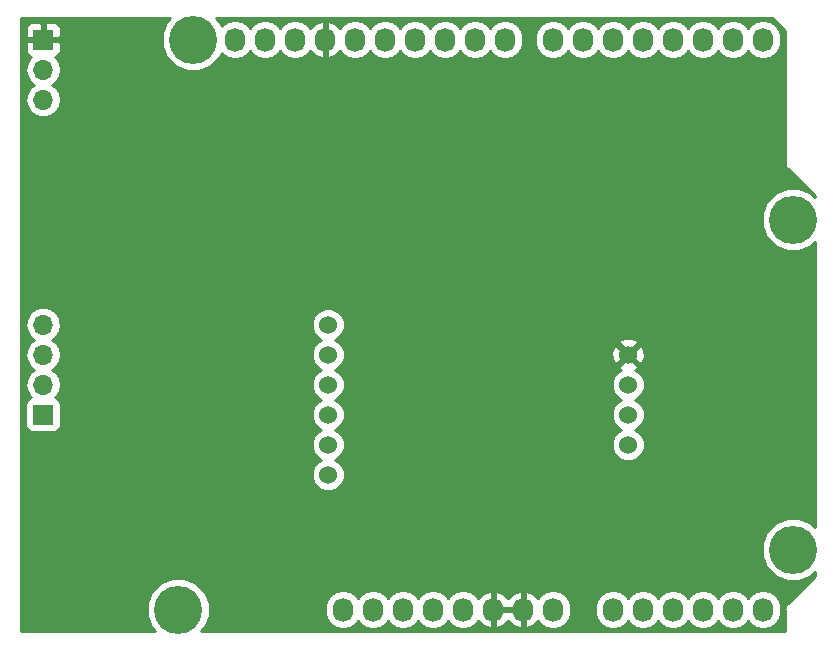
<source format=gbl>
G04 #@! TF.GenerationSoftware,KiCad,Pcbnew,5.0.2+dfsg1-1*
G04 #@! TF.CreationDate,2019-07-14T00:59:29-07:00*
G04 #@! TF.ProjectId,WeightAndMotionSensorShield,57656967-6874-4416-9e64-4d6f74696f6e,v01*
G04 #@! TF.SameCoordinates,Original*
G04 #@! TF.FileFunction,Copper,L2,Bot*
G04 #@! TF.FilePolarity,Positive*
%FSLAX46Y46*%
G04 Gerber Fmt 4.6, Leading zero omitted, Abs format (unit mm)*
G04 Created by KiCad (PCBNEW 5.0.2+dfsg1-1) date Sun 14 Jul 2019 12:59:29 AM PDT*
%MOMM*%
%LPD*%
G01*
G04 APERTURE LIST*
G04 #@! TA.AperFunction,ComponentPad*
%ADD10O,1.727200X2.032000*%
G04 #@! TD*
G04 #@! TA.AperFunction,ComponentPad*
%ADD11C,4.064000*%
G04 #@! TD*
G04 #@! TA.AperFunction,ComponentPad*
%ADD12R,1.700000X1.700000*%
G04 #@! TD*
G04 #@! TA.AperFunction,ComponentPad*
%ADD13O,1.700000X1.700000*%
G04 #@! TD*
G04 #@! TA.AperFunction,ComponentPad*
%ADD14C,1.524000*%
G04 #@! TD*
G04 #@! TA.AperFunction,Conductor*
%ADD15C,0.254000*%
G04 #@! TD*
G04 APERTURE END LIST*
D10*
G04 #@! TO.P,P1,1*
G04 #@! TO.N,Net-(P1-Pad1)*
X138938000Y-123825000D03*
G04 #@! TO.P,P1,2*
G04 #@! TO.N,Net-(P1-Pad2)*
X141478000Y-123825000D03*
G04 #@! TO.P,P1,3*
G04 #@! TO.N,Net-(P1-Pad3)*
X144018000Y-123825000D03*
G04 #@! TO.P,P1,4*
G04 #@! TO.N,+3V3*
X146558000Y-123825000D03*
G04 #@! TO.P,P1,5*
G04 #@! TO.N,+5V*
X149098000Y-123825000D03*
G04 #@! TO.P,P1,6*
G04 #@! TO.N,GND*
X151638000Y-123825000D03*
G04 #@! TO.P,P1,7*
X154178000Y-123825000D03*
G04 #@! TO.P,P1,8*
G04 #@! TO.N,Net-(P1-Pad8)*
X156718000Y-123825000D03*
G04 #@! TD*
G04 #@! TO.P,P2,1*
G04 #@! TO.N,Net-(P2-Pad1)*
X161798000Y-123825000D03*
G04 #@! TO.P,P2,2*
G04 #@! TO.N,Net-(P2-Pad2)*
X164338000Y-123825000D03*
G04 #@! TO.P,P2,3*
G04 #@! TO.N,Net-(P2-Pad3)*
X166878000Y-123825000D03*
G04 #@! TO.P,P2,4*
G04 #@! TO.N,Net-(P2-Pad4)*
X169418000Y-123825000D03*
G04 #@! TO.P,P2,5*
G04 #@! TO.N,Net-(P2-Pad5)*
X171958000Y-123825000D03*
G04 #@! TO.P,P2,6*
G04 #@! TO.N,Net-(P2-Pad6)*
X174498000Y-123825000D03*
G04 #@! TD*
G04 #@! TO.P,P3,1*
G04 #@! TO.N,Net-(P3-Pad1)*
X129794000Y-75565000D03*
G04 #@! TO.P,P3,2*
G04 #@! TO.N,Net-(P3-Pad2)*
X132334000Y-75565000D03*
G04 #@! TO.P,P3,3*
G04 #@! TO.N,Net-(P3-Pad3)*
X134874000Y-75565000D03*
G04 #@! TO.P,P3,4*
G04 #@! TO.N,GND*
X137414000Y-75565000D03*
G04 #@! TO.P,P3,5*
G04 #@! TO.N,Net-(P3-Pad5)*
X139954000Y-75565000D03*
G04 #@! TO.P,P3,6*
G04 #@! TO.N,Net-(P3-Pad6)*
X142494000Y-75565000D03*
G04 #@! TO.P,P3,7*
G04 #@! TO.N,Net-(P3-Pad7)*
X145034000Y-75565000D03*
G04 #@! TO.P,P3,8*
G04 #@! TO.N,Net-(P3-Pad8)*
X147574000Y-75565000D03*
G04 #@! TO.P,P3,9*
G04 #@! TO.N,Net-(P3-Pad9)*
X150114000Y-75565000D03*
G04 #@! TO.P,P3,10*
G04 #@! TO.N,Net-(P3-Pad10)*
X152654000Y-75565000D03*
G04 #@! TD*
G04 #@! TO.P,P4,1*
G04 #@! TO.N,Net-(P4-Pad1)*
X156718000Y-75565000D03*
G04 #@! TO.P,P4,2*
G04 #@! TO.N,Net-(P4-Pad2)*
X159258000Y-75565000D03*
G04 #@! TO.P,P4,3*
G04 #@! TO.N,Net-(P4-Pad3)*
X161798000Y-75565000D03*
G04 #@! TO.P,P4,4*
G04 #@! TO.N,/4*
X164338000Y-75565000D03*
G04 #@! TO.P,P4,5*
G04 #@! TO.N,/3(\002A\002A)*
X166878000Y-75565000D03*
G04 #@! TO.P,P4,6*
G04 #@! TO.N,/2*
X169418000Y-75565000D03*
G04 #@! TO.P,P4,7*
G04 #@! TO.N,Net-(P4-Pad7)*
X171958000Y-75565000D03*
G04 #@! TO.P,P4,8*
G04 #@! TO.N,Net-(P4-Pad8)*
X174498000Y-75565000D03*
G04 #@! TD*
D11*
G04 #@! TO.P,P5,1*
G04 #@! TO.N,Net-(P5-Pad1)*
X124968000Y-123825000D03*
G04 #@! TD*
G04 #@! TO.P,P6,1*
G04 #@! TO.N,Net-(P6-Pad1)*
X177038000Y-118745000D03*
G04 #@! TD*
G04 #@! TO.P,P7,1*
G04 #@! TO.N,Net-(P7-Pad1)*
X126238000Y-75565000D03*
G04 #@! TD*
G04 #@! TO.P,P8,1*
G04 #@! TO.N,Net-(P8-Pad1)*
X177038000Y-90805000D03*
G04 #@! TD*
D12*
G04 #@! TO.P,J1,1*
G04 #@! TO.N,GND*
X113538000Y-75565000D03*
D13*
G04 #@! TO.P,J1,2*
G04 #@! TO.N,/4*
X113538000Y-78105000D03*
G04 #@! TO.P,J1,3*
G04 #@! TO.N,+5V*
X113538000Y-80645000D03*
G04 #@! TD*
D12*
G04 #@! TO.P,J2,1*
G04 #@! TO.N,Net-(J2-Pad1)*
X113538000Y-107315000D03*
D13*
G04 #@! TO.P,J2,2*
G04 #@! TO.N,Net-(J2-Pad2)*
X113538000Y-104775000D03*
G04 #@! TO.P,J2,3*
G04 #@! TO.N,Net-(J2-Pad3)*
X113538000Y-102235000D03*
G04 #@! TO.P,J2,4*
G04 #@! TO.N,Net-(J2-Pad4)*
X113538000Y-99695000D03*
G04 #@! TD*
D14*
G04 #@! TO.P,U1,1*
G04 #@! TO.N,Net-(J2-Pad4)*
X137668000Y-99695000D03*
G04 #@! TO.P,U1,2*
G04 #@! TO.N,Net-(J2-Pad3)*
X137668000Y-102235000D03*
G04 #@! TO.P,U1,3*
G04 #@! TO.N,Net-(J2-Pad2)*
X137668000Y-104775000D03*
G04 #@! TO.P,U1,4*
G04 #@! TO.N,Net-(J2-Pad1)*
X137668000Y-107315000D03*
G04 #@! TO.P,U1,5*
G04 #@! TO.N,Net-(U1-Pad5)*
X137668000Y-109855000D03*
G04 #@! TO.P,U1,6*
G04 #@! TO.N,Net-(U1-Pad6)*
X137668000Y-112395000D03*
G04 #@! TO.P,U1,7*
G04 #@! TO.N,GND*
X163068000Y-102235000D03*
G04 #@! TO.P,U1,8*
G04 #@! TO.N,/3(\002A\002A)*
X163068000Y-104775000D03*
G04 #@! TO.P,U1,9*
G04 #@! TO.N,/2*
X163068000Y-107315000D03*
G04 #@! TO.P,U1,10*
G04 #@! TO.N,+5V*
X163068000Y-109855000D03*
G04 #@! TD*
D15*
G04 #@! TO.N,GND*
G36*
X123977026Y-74054266D02*
X123571000Y-75034501D01*
X123571000Y-76095499D01*
X123977026Y-77075734D01*
X124727266Y-77825974D01*
X125707501Y-78232000D01*
X126768499Y-78232000D01*
X127748734Y-77825974D01*
X128498974Y-77075734D01*
X128652156Y-76705918D01*
X128713570Y-76797830D01*
X129209276Y-77129050D01*
X129794000Y-77245359D01*
X130378725Y-77129050D01*
X130874430Y-76797830D01*
X131064000Y-76514119D01*
X131253570Y-76797830D01*
X131749276Y-77129050D01*
X132334000Y-77245359D01*
X132918725Y-77129050D01*
X133414430Y-76797830D01*
X133604000Y-76514119D01*
X133793570Y-76797830D01*
X134289276Y-77129050D01*
X134874000Y-77245359D01*
X135458725Y-77129050D01*
X135954430Y-76797830D01*
X136147909Y-76508267D01*
X136511964Y-76915732D01*
X137039209Y-77169709D01*
X137054974Y-77172358D01*
X137287000Y-77051217D01*
X137287000Y-75692000D01*
X137267000Y-75692000D01*
X137267000Y-75438000D01*
X137287000Y-75438000D01*
X137287000Y-74078783D01*
X137541000Y-74078783D01*
X137541000Y-75438000D01*
X137561000Y-75438000D01*
X137561000Y-75692000D01*
X137541000Y-75692000D01*
X137541000Y-77051217D01*
X137773026Y-77172358D01*
X137788791Y-77169709D01*
X138316036Y-76915732D01*
X138680090Y-76508268D01*
X138873570Y-76797830D01*
X139369276Y-77129050D01*
X139954000Y-77245359D01*
X140538725Y-77129050D01*
X141034430Y-76797830D01*
X141224000Y-76514119D01*
X141413570Y-76797830D01*
X141909276Y-77129050D01*
X142494000Y-77245359D01*
X143078725Y-77129050D01*
X143574430Y-76797830D01*
X143764000Y-76514119D01*
X143953570Y-76797830D01*
X144449276Y-77129050D01*
X145034000Y-77245359D01*
X145618725Y-77129050D01*
X146114430Y-76797830D01*
X146304000Y-76514119D01*
X146493570Y-76797830D01*
X146989276Y-77129050D01*
X147574000Y-77245359D01*
X148158725Y-77129050D01*
X148654430Y-76797830D01*
X148844000Y-76514119D01*
X149033570Y-76797830D01*
X149529276Y-77129050D01*
X150114000Y-77245359D01*
X150698725Y-77129050D01*
X151194430Y-76797830D01*
X151384000Y-76514119D01*
X151573570Y-76797830D01*
X152069276Y-77129050D01*
X152654000Y-77245359D01*
X153238725Y-77129050D01*
X153734430Y-76797830D01*
X154065650Y-76302124D01*
X154152600Y-75864997D01*
X154152600Y-75265003D01*
X155219400Y-75265003D01*
X155219400Y-75864998D01*
X155306350Y-76302125D01*
X155637570Y-76797830D01*
X156133276Y-77129050D01*
X156718000Y-77245359D01*
X157302725Y-77129050D01*
X157798430Y-76797830D01*
X157988000Y-76514119D01*
X158177570Y-76797830D01*
X158673276Y-77129050D01*
X159258000Y-77245359D01*
X159842725Y-77129050D01*
X160338430Y-76797830D01*
X160528000Y-76514119D01*
X160717570Y-76797830D01*
X161213276Y-77129050D01*
X161798000Y-77245359D01*
X162382725Y-77129050D01*
X162878430Y-76797830D01*
X163068000Y-76514119D01*
X163257570Y-76797830D01*
X163753276Y-77129050D01*
X164338000Y-77245359D01*
X164922725Y-77129050D01*
X165418430Y-76797830D01*
X165608000Y-76514119D01*
X165797570Y-76797830D01*
X166293276Y-77129050D01*
X166878000Y-77245359D01*
X167462725Y-77129050D01*
X167958430Y-76797830D01*
X168148000Y-76514119D01*
X168337570Y-76797830D01*
X168833276Y-77129050D01*
X169418000Y-77245359D01*
X170002725Y-77129050D01*
X170498430Y-76797830D01*
X170688000Y-76514119D01*
X170877570Y-76797830D01*
X171373276Y-77129050D01*
X171958000Y-77245359D01*
X172542725Y-77129050D01*
X173038430Y-76797830D01*
X173228000Y-76514119D01*
X173417570Y-76797830D01*
X173913276Y-77129050D01*
X174498000Y-77245359D01*
X175082725Y-77129050D01*
X175578430Y-76797830D01*
X175909650Y-76302124D01*
X175996600Y-75864997D01*
X175996600Y-75265002D01*
X175909650Y-74827875D01*
X175578430Y-74332170D01*
X175082724Y-74000950D01*
X174498000Y-73884641D01*
X173913275Y-74000950D01*
X173417570Y-74332170D01*
X173228000Y-74615881D01*
X173038430Y-74332170D01*
X172542724Y-74000950D01*
X171958000Y-73884641D01*
X171373275Y-74000950D01*
X170877570Y-74332170D01*
X170688000Y-74615881D01*
X170498430Y-74332170D01*
X170002724Y-74000950D01*
X169418000Y-73884641D01*
X168833275Y-74000950D01*
X168337570Y-74332170D01*
X168148000Y-74615881D01*
X167958430Y-74332170D01*
X167462724Y-74000950D01*
X166878000Y-73884641D01*
X166293275Y-74000950D01*
X165797570Y-74332170D01*
X165608000Y-74615881D01*
X165418430Y-74332170D01*
X164922724Y-74000950D01*
X164338000Y-73884641D01*
X163753275Y-74000950D01*
X163257570Y-74332170D01*
X163068000Y-74615881D01*
X162878430Y-74332170D01*
X162382724Y-74000950D01*
X161798000Y-73884641D01*
X161213275Y-74000950D01*
X160717570Y-74332170D01*
X160528000Y-74615881D01*
X160338430Y-74332170D01*
X159842724Y-74000950D01*
X159258000Y-73884641D01*
X158673275Y-74000950D01*
X158177570Y-74332170D01*
X157988000Y-74615881D01*
X157798430Y-74332170D01*
X157302724Y-74000950D01*
X156718000Y-73884641D01*
X156133275Y-74000950D01*
X155637570Y-74332170D01*
X155306350Y-74827876D01*
X155219400Y-75265003D01*
X154152600Y-75265003D01*
X154152600Y-75265002D01*
X154065650Y-74827875D01*
X153734430Y-74332170D01*
X153238724Y-74000950D01*
X152654000Y-73884641D01*
X152069275Y-74000950D01*
X151573570Y-74332170D01*
X151384000Y-74615881D01*
X151194430Y-74332170D01*
X150698724Y-74000950D01*
X150114000Y-73884641D01*
X149529275Y-74000950D01*
X149033570Y-74332170D01*
X148844000Y-74615881D01*
X148654430Y-74332170D01*
X148158724Y-74000950D01*
X147574000Y-73884641D01*
X146989275Y-74000950D01*
X146493570Y-74332170D01*
X146304000Y-74615881D01*
X146114430Y-74332170D01*
X145618724Y-74000950D01*
X145034000Y-73884641D01*
X144449275Y-74000950D01*
X143953570Y-74332170D01*
X143764000Y-74615881D01*
X143574430Y-74332170D01*
X143078724Y-74000950D01*
X142494000Y-73884641D01*
X141909275Y-74000950D01*
X141413570Y-74332170D01*
X141224000Y-74615881D01*
X141034430Y-74332170D01*
X140538724Y-74000950D01*
X139954000Y-73884641D01*
X139369275Y-74000950D01*
X138873570Y-74332170D01*
X138680091Y-74621733D01*
X138316036Y-74214268D01*
X137788791Y-73960291D01*
X137773026Y-73957642D01*
X137541000Y-74078783D01*
X137287000Y-74078783D01*
X137054974Y-73957642D01*
X137039209Y-73960291D01*
X136511964Y-74214268D01*
X136147910Y-74621732D01*
X135954430Y-74332170D01*
X135458724Y-74000950D01*
X134874000Y-73884641D01*
X134289275Y-74000950D01*
X133793570Y-74332170D01*
X133604000Y-74615881D01*
X133414430Y-74332170D01*
X132918724Y-74000950D01*
X132334000Y-73884641D01*
X131749275Y-74000950D01*
X131253570Y-74332170D01*
X131064000Y-74615881D01*
X130874430Y-74332170D01*
X130378724Y-74000950D01*
X129794000Y-73884641D01*
X129209275Y-74000950D01*
X128713570Y-74332170D01*
X128652156Y-74424082D01*
X128498974Y-74054266D01*
X128179708Y-73735000D01*
X175219910Y-73735000D01*
X176328001Y-74843092D01*
X176328000Y-85909076D01*
X176314091Y-85979000D01*
X176328000Y-86048924D01*
X176328000Y-86048925D01*
X176369195Y-86256027D01*
X176526119Y-86490880D01*
X176585402Y-86530492D01*
X178868001Y-88813092D01*
X178868001Y-88863293D01*
X178548734Y-88544026D01*
X177568499Y-88138000D01*
X176507501Y-88138000D01*
X175527266Y-88544026D01*
X174777026Y-89294266D01*
X174371000Y-90274501D01*
X174371000Y-91335499D01*
X174777026Y-92315734D01*
X175527266Y-93065974D01*
X176507501Y-93472000D01*
X177568499Y-93472000D01*
X178548734Y-93065974D01*
X178868001Y-92746707D01*
X178868000Y-116803292D01*
X178548734Y-116484026D01*
X177568499Y-116078000D01*
X176507501Y-116078000D01*
X175527266Y-116484026D01*
X174777026Y-117234266D01*
X174371000Y-118214501D01*
X174371000Y-119275499D01*
X174777026Y-120255734D01*
X175527266Y-121005974D01*
X176507501Y-121412000D01*
X177568499Y-121412000D01*
X178548734Y-121005974D01*
X178868000Y-120686708D01*
X178868000Y-120990909D01*
X176585402Y-123273508D01*
X176526120Y-123313119D01*
X176384544Y-123525002D01*
X176369196Y-123547972D01*
X176314091Y-123825000D01*
X176328001Y-123894929D01*
X176328000Y-125655000D01*
X126909708Y-125655000D01*
X127228974Y-125335734D01*
X127635000Y-124355499D01*
X127635000Y-123525003D01*
X137439400Y-123525003D01*
X137439400Y-124124998D01*
X137526350Y-124562125D01*
X137857570Y-125057830D01*
X138353276Y-125389050D01*
X138938000Y-125505359D01*
X139522725Y-125389050D01*
X140018430Y-125057830D01*
X140208000Y-124774119D01*
X140397570Y-125057830D01*
X140893276Y-125389050D01*
X141478000Y-125505359D01*
X142062725Y-125389050D01*
X142558430Y-125057830D01*
X142748000Y-124774119D01*
X142937570Y-125057830D01*
X143433276Y-125389050D01*
X144018000Y-125505359D01*
X144602725Y-125389050D01*
X145098430Y-125057830D01*
X145288000Y-124774119D01*
X145477570Y-125057830D01*
X145973276Y-125389050D01*
X146558000Y-125505359D01*
X147142725Y-125389050D01*
X147638430Y-125057830D01*
X147828000Y-124774119D01*
X148017570Y-125057830D01*
X148513276Y-125389050D01*
X149098000Y-125505359D01*
X149682725Y-125389050D01*
X150178430Y-125057830D01*
X150371909Y-124768267D01*
X150735964Y-125175732D01*
X151263209Y-125429709D01*
X151278974Y-125432358D01*
X151511000Y-125311217D01*
X151511000Y-123952000D01*
X151765000Y-123952000D01*
X151765000Y-125311217D01*
X151997026Y-125432358D01*
X152012791Y-125429709D01*
X152540036Y-125175732D01*
X152908000Y-124763892D01*
X153275964Y-125175732D01*
X153803209Y-125429709D01*
X153818974Y-125432358D01*
X154051000Y-125311217D01*
X154051000Y-123952000D01*
X151765000Y-123952000D01*
X151511000Y-123952000D01*
X151491000Y-123952000D01*
X151491000Y-123698000D01*
X151511000Y-123698000D01*
X151511000Y-122338783D01*
X151765000Y-122338783D01*
X151765000Y-123698000D01*
X154051000Y-123698000D01*
X154051000Y-122338783D01*
X154305000Y-122338783D01*
X154305000Y-123698000D01*
X154325000Y-123698000D01*
X154325000Y-123952000D01*
X154305000Y-123952000D01*
X154305000Y-125311217D01*
X154537026Y-125432358D01*
X154552791Y-125429709D01*
X155080036Y-125175732D01*
X155444090Y-124768268D01*
X155637570Y-125057830D01*
X156133276Y-125389050D01*
X156718000Y-125505359D01*
X157302725Y-125389050D01*
X157798430Y-125057830D01*
X158129650Y-124562124D01*
X158216600Y-124124997D01*
X158216600Y-123525003D01*
X160299400Y-123525003D01*
X160299400Y-124124998D01*
X160386350Y-124562125D01*
X160717570Y-125057830D01*
X161213276Y-125389050D01*
X161798000Y-125505359D01*
X162382725Y-125389050D01*
X162878430Y-125057830D01*
X163068000Y-124774119D01*
X163257570Y-125057830D01*
X163753276Y-125389050D01*
X164338000Y-125505359D01*
X164922725Y-125389050D01*
X165418430Y-125057830D01*
X165608000Y-124774119D01*
X165797570Y-125057830D01*
X166293276Y-125389050D01*
X166878000Y-125505359D01*
X167462725Y-125389050D01*
X167958430Y-125057830D01*
X168148000Y-124774119D01*
X168337570Y-125057830D01*
X168833276Y-125389050D01*
X169418000Y-125505359D01*
X170002725Y-125389050D01*
X170498430Y-125057830D01*
X170688000Y-124774119D01*
X170877570Y-125057830D01*
X171373276Y-125389050D01*
X171958000Y-125505359D01*
X172542725Y-125389050D01*
X173038430Y-125057830D01*
X173228000Y-124774119D01*
X173417570Y-125057830D01*
X173913276Y-125389050D01*
X174498000Y-125505359D01*
X175082725Y-125389050D01*
X175578430Y-125057830D01*
X175909650Y-124562124D01*
X175996600Y-124124997D01*
X175996600Y-123525002D01*
X175909650Y-123087875D01*
X175578430Y-122592170D01*
X175082724Y-122260950D01*
X174498000Y-122144641D01*
X173913275Y-122260950D01*
X173417570Y-122592170D01*
X173228000Y-122875881D01*
X173038430Y-122592170D01*
X172542724Y-122260950D01*
X171958000Y-122144641D01*
X171373275Y-122260950D01*
X170877570Y-122592170D01*
X170688000Y-122875881D01*
X170498430Y-122592170D01*
X170002724Y-122260950D01*
X169418000Y-122144641D01*
X168833275Y-122260950D01*
X168337570Y-122592170D01*
X168148000Y-122875881D01*
X167958430Y-122592170D01*
X167462724Y-122260950D01*
X166878000Y-122144641D01*
X166293275Y-122260950D01*
X165797570Y-122592170D01*
X165608000Y-122875881D01*
X165418430Y-122592170D01*
X164922724Y-122260950D01*
X164338000Y-122144641D01*
X163753275Y-122260950D01*
X163257570Y-122592170D01*
X163068000Y-122875881D01*
X162878430Y-122592170D01*
X162382724Y-122260950D01*
X161798000Y-122144641D01*
X161213275Y-122260950D01*
X160717570Y-122592170D01*
X160386350Y-123087876D01*
X160299400Y-123525003D01*
X158216600Y-123525003D01*
X158216600Y-123525002D01*
X158129650Y-123087875D01*
X157798430Y-122592170D01*
X157302724Y-122260950D01*
X156718000Y-122144641D01*
X156133275Y-122260950D01*
X155637570Y-122592170D01*
X155444091Y-122881733D01*
X155080036Y-122474268D01*
X154552791Y-122220291D01*
X154537026Y-122217642D01*
X154305000Y-122338783D01*
X154051000Y-122338783D01*
X153818974Y-122217642D01*
X153803209Y-122220291D01*
X153275964Y-122474268D01*
X152908000Y-122886108D01*
X152540036Y-122474268D01*
X152012791Y-122220291D01*
X151997026Y-122217642D01*
X151765000Y-122338783D01*
X151511000Y-122338783D01*
X151278974Y-122217642D01*
X151263209Y-122220291D01*
X150735964Y-122474268D01*
X150371910Y-122881732D01*
X150178430Y-122592170D01*
X149682724Y-122260950D01*
X149098000Y-122144641D01*
X148513275Y-122260950D01*
X148017570Y-122592170D01*
X147828000Y-122875881D01*
X147638430Y-122592170D01*
X147142724Y-122260950D01*
X146558000Y-122144641D01*
X145973275Y-122260950D01*
X145477570Y-122592170D01*
X145288000Y-122875881D01*
X145098430Y-122592170D01*
X144602724Y-122260950D01*
X144018000Y-122144641D01*
X143433275Y-122260950D01*
X142937570Y-122592170D01*
X142748000Y-122875881D01*
X142558430Y-122592170D01*
X142062724Y-122260950D01*
X141478000Y-122144641D01*
X140893275Y-122260950D01*
X140397570Y-122592170D01*
X140208000Y-122875881D01*
X140018430Y-122592170D01*
X139522724Y-122260950D01*
X138938000Y-122144641D01*
X138353275Y-122260950D01*
X137857570Y-122592170D01*
X137526350Y-123087876D01*
X137439400Y-123525003D01*
X127635000Y-123525003D01*
X127635000Y-123294501D01*
X127228974Y-122314266D01*
X126478734Y-121564026D01*
X125498499Y-121158000D01*
X124437501Y-121158000D01*
X123457266Y-121564026D01*
X122707026Y-122314266D01*
X122301000Y-123294501D01*
X122301000Y-124355499D01*
X122707026Y-125335734D01*
X123026292Y-125655000D01*
X111708000Y-125655000D01*
X111708000Y-99695000D01*
X112023908Y-99695000D01*
X112139161Y-100274418D01*
X112467375Y-100765625D01*
X112765761Y-100965000D01*
X112467375Y-101164375D01*
X112139161Y-101655582D01*
X112023908Y-102235000D01*
X112139161Y-102814418D01*
X112467375Y-103305625D01*
X112765761Y-103505000D01*
X112467375Y-103704375D01*
X112139161Y-104195582D01*
X112023908Y-104775000D01*
X112139161Y-105354418D01*
X112467375Y-105845625D01*
X112485619Y-105857816D01*
X112440235Y-105866843D01*
X112230191Y-106007191D01*
X112089843Y-106217235D01*
X112040560Y-106465000D01*
X112040560Y-108165000D01*
X112089843Y-108412765D01*
X112230191Y-108622809D01*
X112440235Y-108763157D01*
X112688000Y-108812440D01*
X114388000Y-108812440D01*
X114635765Y-108763157D01*
X114845809Y-108622809D01*
X114986157Y-108412765D01*
X115035440Y-108165000D01*
X115035440Y-106465000D01*
X114986157Y-106217235D01*
X114845809Y-106007191D01*
X114635765Y-105866843D01*
X114590381Y-105857816D01*
X114608625Y-105845625D01*
X114936839Y-105354418D01*
X115052092Y-104775000D01*
X114936839Y-104195582D01*
X114608625Y-103704375D01*
X114310239Y-103505000D01*
X114608625Y-103305625D01*
X114936839Y-102814418D01*
X115052092Y-102235000D01*
X114936839Y-101655582D01*
X114608625Y-101164375D01*
X114310239Y-100965000D01*
X114608625Y-100765625D01*
X114936839Y-100274418D01*
X115052092Y-99695000D01*
X114996819Y-99417119D01*
X136271000Y-99417119D01*
X136271000Y-99972881D01*
X136483680Y-100486337D01*
X136876663Y-100879320D01*
X137083513Y-100965000D01*
X136876663Y-101050680D01*
X136483680Y-101443663D01*
X136271000Y-101957119D01*
X136271000Y-102512881D01*
X136483680Y-103026337D01*
X136876663Y-103419320D01*
X137083513Y-103505000D01*
X136876663Y-103590680D01*
X136483680Y-103983663D01*
X136271000Y-104497119D01*
X136271000Y-105052881D01*
X136483680Y-105566337D01*
X136876663Y-105959320D01*
X137083513Y-106045000D01*
X136876663Y-106130680D01*
X136483680Y-106523663D01*
X136271000Y-107037119D01*
X136271000Y-107592881D01*
X136483680Y-108106337D01*
X136876663Y-108499320D01*
X137083513Y-108585000D01*
X136876663Y-108670680D01*
X136483680Y-109063663D01*
X136271000Y-109577119D01*
X136271000Y-110132881D01*
X136483680Y-110646337D01*
X136876663Y-111039320D01*
X137083513Y-111125000D01*
X136876663Y-111210680D01*
X136483680Y-111603663D01*
X136271000Y-112117119D01*
X136271000Y-112672881D01*
X136483680Y-113186337D01*
X136876663Y-113579320D01*
X137390119Y-113792000D01*
X137945881Y-113792000D01*
X138459337Y-113579320D01*
X138852320Y-113186337D01*
X139065000Y-112672881D01*
X139065000Y-112117119D01*
X138852320Y-111603663D01*
X138459337Y-111210680D01*
X138252487Y-111125000D01*
X138459337Y-111039320D01*
X138852320Y-110646337D01*
X139065000Y-110132881D01*
X139065000Y-109577119D01*
X138852320Y-109063663D01*
X138459337Y-108670680D01*
X138252487Y-108585000D01*
X138459337Y-108499320D01*
X138852320Y-108106337D01*
X139065000Y-107592881D01*
X139065000Y-107037119D01*
X138852320Y-106523663D01*
X138459337Y-106130680D01*
X138252487Y-106045000D01*
X138459337Y-105959320D01*
X138852320Y-105566337D01*
X139065000Y-105052881D01*
X139065000Y-104497119D01*
X161671000Y-104497119D01*
X161671000Y-105052881D01*
X161883680Y-105566337D01*
X162276663Y-105959320D01*
X162483513Y-106045000D01*
X162276663Y-106130680D01*
X161883680Y-106523663D01*
X161671000Y-107037119D01*
X161671000Y-107592881D01*
X161883680Y-108106337D01*
X162276663Y-108499320D01*
X162483513Y-108585000D01*
X162276663Y-108670680D01*
X161883680Y-109063663D01*
X161671000Y-109577119D01*
X161671000Y-110132881D01*
X161883680Y-110646337D01*
X162276663Y-111039320D01*
X162790119Y-111252000D01*
X163345881Y-111252000D01*
X163859337Y-111039320D01*
X164252320Y-110646337D01*
X164465000Y-110132881D01*
X164465000Y-109577119D01*
X164252320Y-109063663D01*
X163859337Y-108670680D01*
X163652487Y-108585000D01*
X163859337Y-108499320D01*
X164252320Y-108106337D01*
X164465000Y-107592881D01*
X164465000Y-107037119D01*
X164252320Y-106523663D01*
X163859337Y-106130680D01*
X163652487Y-106045000D01*
X163859337Y-105959320D01*
X164252320Y-105566337D01*
X164465000Y-105052881D01*
X164465000Y-104497119D01*
X164252320Y-103983663D01*
X163859337Y-103590680D01*
X163668353Y-103511572D01*
X163799143Y-103457397D01*
X163868608Y-103215213D01*
X163068000Y-102414605D01*
X162267392Y-103215213D01*
X162336857Y-103457397D01*
X162477393Y-103507535D01*
X162276663Y-103590680D01*
X161883680Y-103983663D01*
X161671000Y-104497119D01*
X139065000Y-104497119D01*
X138852320Y-103983663D01*
X138459337Y-103590680D01*
X138252487Y-103505000D01*
X138459337Y-103419320D01*
X138852320Y-103026337D01*
X139065000Y-102512881D01*
X139065000Y-102027302D01*
X161658856Y-102027302D01*
X161686638Y-102582368D01*
X161845603Y-102966143D01*
X162087787Y-103035608D01*
X162888395Y-102235000D01*
X163247605Y-102235000D01*
X164048213Y-103035608D01*
X164290397Y-102966143D01*
X164477144Y-102442698D01*
X164449362Y-101887632D01*
X164290397Y-101503857D01*
X164048213Y-101434392D01*
X163247605Y-102235000D01*
X162888395Y-102235000D01*
X162087787Y-101434392D01*
X161845603Y-101503857D01*
X161658856Y-102027302D01*
X139065000Y-102027302D01*
X139065000Y-101957119D01*
X138852320Y-101443663D01*
X138663444Y-101254787D01*
X162267392Y-101254787D01*
X163068000Y-102055395D01*
X163868608Y-101254787D01*
X163799143Y-101012603D01*
X163275698Y-100825856D01*
X162720632Y-100853638D01*
X162336857Y-101012603D01*
X162267392Y-101254787D01*
X138663444Y-101254787D01*
X138459337Y-101050680D01*
X138252487Y-100965000D01*
X138459337Y-100879320D01*
X138852320Y-100486337D01*
X139065000Y-99972881D01*
X139065000Y-99417119D01*
X138852320Y-98903663D01*
X138459337Y-98510680D01*
X137945881Y-98298000D01*
X137390119Y-98298000D01*
X136876663Y-98510680D01*
X136483680Y-98903663D01*
X136271000Y-99417119D01*
X114996819Y-99417119D01*
X114936839Y-99115582D01*
X114608625Y-98624375D01*
X114117418Y-98296161D01*
X113684256Y-98210000D01*
X113391744Y-98210000D01*
X112958582Y-98296161D01*
X112467375Y-98624375D01*
X112139161Y-99115582D01*
X112023908Y-99695000D01*
X111708000Y-99695000D01*
X111708000Y-78105000D01*
X112023908Y-78105000D01*
X112139161Y-78684418D01*
X112467375Y-79175625D01*
X112765761Y-79375000D01*
X112467375Y-79574375D01*
X112139161Y-80065582D01*
X112023908Y-80645000D01*
X112139161Y-81224418D01*
X112467375Y-81715625D01*
X112958582Y-82043839D01*
X113391744Y-82130000D01*
X113684256Y-82130000D01*
X114117418Y-82043839D01*
X114608625Y-81715625D01*
X114936839Y-81224418D01*
X115052092Y-80645000D01*
X114936839Y-80065582D01*
X114608625Y-79574375D01*
X114310239Y-79375000D01*
X114608625Y-79175625D01*
X114936839Y-78684418D01*
X115052092Y-78105000D01*
X114936839Y-77525582D01*
X114608625Y-77034375D01*
X114586967Y-77019904D01*
X114747698Y-76953327D01*
X114926327Y-76774699D01*
X115023000Y-76541310D01*
X115023000Y-75850750D01*
X114864250Y-75692000D01*
X113665000Y-75692000D01*
X113665000Y-75712000D01*
X113411000Y-75712000D01*
X113411000Y-75692000D01*
X112211750Y-75692000D01*
X112053000Y-75850750D01*
X112053000Y-76541310D01*
X112149673Y-76774699D01*
X112328302Y-76953327D01*
X112489033Y-77019904D01*
X112467375Y-77034375D01*
X112139161Y-77525582D01*
X112023908Y-78105000D01*
X111708000Y-78105000D01*
X111708000Y-74588690D01*
X112053000Y-74588690D01*
X112053000Y-75279250D01*
X112211750Y-75438000D01*
X113411000Y-75438000D01*
X113411000Y-74238750D01*
X113665000Y-74238750D01*
X113665000Y-75438000D01*
X114864250Y-75438000D01*
X115023000Y-75279250D01*
X115023000Y-74588690D01*
X114926327Y-74355301D01*
X114747698Y-74176673D01*
X114514309Y-74080000D01*
X113823750Y-74080000D01*
X113665000Y-74238750D01*
X113411000Y-74238750D01*
X113252250Y-74080000D01*
X112561691Y-74080000D01*
X112328302Y-74176673D01*
X112149673Y-74355301D01*
X112053000Y-74588690D01*
X111708000Y-74588690D01*
X111708000Y-73735000D01*
X124296292Y-73735000D01*
X123977026Y-74054266D01*
X123977026Y-74054266D01*
G37*
X123977026Y-74054266D02*
X123571000Y-75034501D01*
X123571000Y-76095499D01*
X123977026Y-77075734D01*
X124727266Y-77825974D01*
X125707501Y-78232000D01*
X126768499Y-78232000D01*
X127748734Y-77825974D01*
X128498974Y-77075734D01*
X128652156Y-76705918D01*
X128713570Y-76797830D01*
X129209276Y-77129050D01*
X129794000Y-77245359D01*
X130378725Y-77129050D01*
X130874430Y-76797830D01*
X131064000Y-76514119D01*
X131253570Y-76797830D01*
X131749276Y-77129050D01*
X132334000Y-77245359D01*
X132918725Y-77129050D01*
X133414430Y-76797830D01*
X133604000Y-76514119D01*
X133793570Y-76797830D01*
X134289276Y-77129050D01*
X134874000Y-77245359D01*
X135458725Y-77129050D01*
X135954430Y-76797830D01*
X136147909Y-76508267D01*
X136511964Y-76915732D01*
X137039209Y-77169709D01*
X137054974Y-77172358D01*
X137287000Y-77051217D01*
X137287000Y-75692000D01*
X137267000Y-75692000D01*
X137267000Y-75438000D01*
X137287000Y-75438000D01*
X137287000Y-74078783D01*
X137541000Y-74078783D01*
X137541000Y-75438000D01*
X137561000Y-75438000D01*
X137561000Y-75692000D01*
X137541000Y-75692000D01*
X137541000Y-77051217D01*
X137773026Y-77172358D01*
X137788791Y-77169709D01*
X138316036Y-76915732D01*
X138680090Y-76508268D01*
X138873570Y-76797830D01*
X139369276Y-77129050D01*
X139954000Y-77245359D01*
X140538725Y-77129050D01*
X141034430Y-76797830D01*
X141224000Y-76514119D01*
X141413570Y-76797830D01*
X141909276Y-77129050D01*
X142494000Y-77245359D01*
X143078725Y-77129050D01*
X143574430Y-76797830D01*
X143764000Y-76514119D01*
X143953570Y-76797830D01*
X144449276Y-77129050D01*
X145034000Y-77245359D01*
X145618725Y-77129050D01*
X146114430Y-76797830D01*
X146304000Y-76514119D01*
X146493570Y-76797830D01*
X146989276Y-77129050D01*
X147574000Y-77245359D01*
X148158725Y-77129050D01*
X148654430Y-76797830D01*
X148844000Y-76514119D01*
X149033570Y-76797830D01*
X149529276Y-77129050D01*
X150114000Y-77245359D01*
X150698725Y-77129050D01*
X151194430Y-76797830D01*
X151384000Y-76514119D01*
X151573570Y-76797830D01*
X152069276Y-77129050D01*
X152654000Y-77245359D01*
X153238725Y-77129050D01*
X153734430Y-76797830D01*
X154065650Y-76302124D01*
X154152600Y-75864997D01*
X154152600Y-75265003D01*
X155219400Y-75265003D01*
X155219400Y-75864998D01*
X155306350Y-76302125D01*
X155637570Y-76797830D01*
X156133276Y-77129050D01*
X156718000Y-77245359D01*
X157302725Y-77129050D01*
X157798430Y-76797830D01*
X157988000Y-76514119D01*
X158177570Y-76797830D01*
X158673276Y-77129050D01*
X159258000Y-77245359D01*
X159842725Y-77129050D01*
X160338430Y-76797830D01*
X160528000Y-76514119D01*
X160717570Y-76797830D01*
X161213276Y-77129050D01*
X161798000Y-77245359D01*
X162382725Y-77129050D01*
X162878430Y-76797830D01*
X163068000Y-76514119D01*
X163257570Y-76797830D01*
X163753276Y-77129050D01*
X164338000Y-77245359D01*
X164922725Y-77129050D01*
X165418430Y-76797830D01*
X165608000Y-76514119D01*
X165797570Y-76797830D01*
X166293276Y-77129050D01*
X166878000Y-77245359D01*
X167462725Y-77129050D01*
X167958430Y-76797830D01*
X168148000Y-76514119D01*
X168337570Y-76797830D01*
X168833276Y-77129050D01*
X169418000Y-77245359D01*
X170002725Y-77129050D01*
X170498430Y-76797830D01*
X170688000Y-76514119D01*
X170877570Y-76797830D01*
X171373276Y-77129050D01*
X171958000Y-77245359D01*
X172542725Y-77129050D01*
X173038430Y-76797830D01*
X173228000Y-76514119D01*
X173417570Y-76797830D01*
X173913276Y-77129050D01*
X174498000Y-77245359D01*
X175082725Y-77129050D01*
X175578430Y-76797830D01*
X175909650Y-76302124D01*
X175996600Y-75864997D01*
X175996600Y-75265002D01*
X175909650Y-74827875D01*
X175578430Y-74332170D01*
X175082724Y-74000950D01*
X174498000Y-73884641D01*
X173913275Y-74000950D01*
X173417570Y-74332170D01*
X173228000Y-74615881D01*
X173038430Y-74332170D01*
X172542724Y-74000950D01*
X171958000Y-73884641D01*
X171373275Y-74000950D01*
X170877570Y-74332170D01*
X170688000Y-74615881D01*
X170498430Y-74332170D01*
X170002724Y-74000950D01*
X169418000Y-73884641D01*
X168833275Y-74000950D01*
X168337570Y-74332170D01*
X168148000Y-74615881D01*
X167958430Y-74332170D01*
X167462724Y-74000950D01*
X166878000Y-73884641D01*
X166293275Y-74000950D01*
X165797570Y-74332170D01*
X165608000Y-74615881D01*
X165418430Y-74332170D01*
X164922724Y-74000950D01*
X164338000Y-73884641D01*
X163753275Y-74000950D01*
X163257570Y-74332170D01*
X163068000Y-74615881D01*
X162878430Y-74332170D01*
X162382724Y-74000950D01*
X161798000Y-73884641D01*
X161213275Y-74000950D01*
X160717570Y-74332170D01*
X160528000Y-74615881D01*
X160338430Y-74332170D01*
X159842724Y-74000950D01*
X159258000Y-73884641D01*
X158673275Y-74000950D01*
X158177570Y-74332170D01*
X157988000Y-74615881D01*
X157798430Y-74332170D01*
X157302724Y-74000950D01*
X156718000Y-73884641D01*
X156133275Y-74000950D01*
X155637570Y-74332170D01*
X155306350Y-74827876D01*
X155219400Y-75265003D01*
X154152600Y-75265003D01*
X154152600Y-75265002D01*
X154065650Y-74827875D01*
X153734430Y-74332170D01*
X153238724Y-74000950D01*
X152654000Y-73884641D01*
X152069275Y-74000950D01*
X151573570Y-74332170D01*
X151384000Y-74615881D01*
X151194430Y-74332170D01*
X150698724Y-74000950D01*
X150114000Y-73884641D01*
X149529275Y-74000950D01*
X149033570Y-74332170D01*
X148844000Y-74615881D01*
X148654430Y-74332170D01*
X148158724Y-74000950D01*
X147574000Y-73884641D01*
X146989275Y-74000950D01*
X146493570Y-74332170D01*
X146304000Y-74615881D01*
X146114430Y-74332170D01*
X145618724Y-74000950D01*
X145034000Y-73884641D01*
X144449275Y-74000950D01*
X143953570Y-74332170D01*
X143764000Y-74615881D01*
X143574430Y-74332170D01*
X143078724Y-74000950D01*
X142494000Y-73884641D01*
X141909275Y-74000950D01*
X141413570Y-74332170D01*
X141224000Y-74615881D01*
X141034430Y-74332170D01*
X140538724Y-74000950D01*
X139954000Y-73884641D01*
X139369275Y-74000950D01*
X138873570Y-74332170D01*
X138680091Y-74621733D01*
X138316036Y-74214268D01*
X137788791Y-73960291D01*
X137773026Y-73957642D01*
X137541000Y-74078783D01*
X137287000Y-74078783D01*
X137054974Y-73957642D01*
X137039209Y-73960291D01*
X136511964Y-74214268D01*
X136147910Y-74621732D01*
X135954430Y-74332170D01*
X135458724Y-74000950D01*
X134874000Y-73884641D01*
X134289275Y-74000950D01*
X133793570Y-74332170D01*
X133604000Y-74615881D01*
X133414430Y-74332170D01*
X132918724Y-74000950D01*
X132334000Y-73884641D01*
X131749275Y-74000950D01*
X131253570Y-74332170D01*
X131064000Y-74615881D01*
X130874430Y-74332170D01*
X130378724Y-74000950D01*
X129794000Y-73884641D01*
X129209275Y-74000950D01*
X128713570Y-74332170D01*
X128652156Y-74424082D01*
X128498974Y-74054266D01*
X128179708Y-73735000D01*
X175219910Y-73735000D01*
X176328001Y-74843092D01*
X176328000Y-85909076D01*
X176314091Y-85979000D01*
X176328000Y-86048924D01*
X176328000Y-86048925D01*
X176369195Y-86256027D01*
X176526119Y-86490880D01*
X176585402Y-86530492D01*
X178868001Y-88813092D01*
X178868001Y-88863293D01*
X178548734Y-88544026D01*
X177568499Y-88138000D01*
X176507501Y-88138000D01*
X175527266Y-88544026D01*
X174777026Y-89294266D01*
X174371000Y-90274501D01*
X174371000Y-91335499D01*
X174777026Y-92315734D01*
X175527266Y-93065974D01*
X176507501Y-93472000D01*
X177568499Y-93472000D01*
X178548734Y-93065974D01*
X178868001Y-92746707D01*
X178868000Y-116803292D01*
X178548734Y-116484026D01*
X177568499Y-116078000D01*
X176507501Y-116078000D01*
X175527266Y-116484026D01*
X174777026Y-117234266D01*
X174371000Y-118214501D01*
X174371000Y-119275499D01*
X174777026Y-120255734D01*
X175527266Y-121005974D01*
X176507501Y-121412000D01*
X177568499Y-121412000D01*
X178548734Y-121005974D01*
X178868000Y-120686708D01*
X178868000Y-120990909D01*
X176585402Y-123273508D01*
X176526120Y-123313119D01*
X176384544Y-123525002D01*
X176369196Y-123547972D01*
X176314091Y-123825000D01*
X176328001Y-123894929D01*
X176328000Y-125655000D01*
X126909708Y-125655000D01*
X127228974Y-125335734D01*
X127635000Y-124355499D01*
X127635000Y-123525003D01*
X137439400Y-123525003D01*
X137439400Y-124124998D01*
X137526350Y-124562125D01*
X137857570Y-125057830D01*
X138353276Y-125389050D01*
X138938000Y-125505359D01*
X139522725Y-125389050D01*
X140018430Y-125057830D01*
X140208000Y-124774119D01*
X140397570Y-125057830D01*
X140893276Y-125389050D01*
X141478000Y-125505359D01*
X142062725Y-125389050D01*
X142558430Y-125057830D01*
X142748000Y-124774119D01*
X142937570Y-125057830D01*
X143433276Y-125389050D01*
X144018000Y-125505359D01*
X144602725Y-125389050D01*
X145098430Y-125057830D01*
X145288000Y-124774119D01*
X145477570Y-125057830D01*
X145973276Y-125389050D01*
X146558000Y-125505359D01*
X147142725Y-125389050D01*
X147638430Y-125057830D01*
X147828000Y-124774119D01*
X148017570Y-125057830D01*
X148513276Y-125389050D01*
X149098000Y-125505359D01*
X149682725Y-125389050D01*
X150178430Y-125057830D01*
X150371909Y-124768267D01*
X150735964Y-125175732D01*
X151263209Y-125429709D01*
X151278974Y-125432358D01*
X151511000Y-125311217D01*
X151511000Y-123952000D01*
X151765000Y-123952000D01*
X151765000Y-125311217D01*
X151997026Y-125432358D01*
X152012791Y-125429709D01*
X152540036Y-125175732D01*
X152908000Y-124763892D01*
X153275964Y-125175732D01*
X153803209Y-125429709D01*
X153818974Y-125432358D01*
X154051000Y-125311217D01*
X154051000Y-123952000D01*
X151765000Y-123952000D01*
X151511000Y-123952000D01*
X151491000Y-123952000D01*
X151491000Y-123698000D01*
X151511000Y-123698000D01*
X151511000Y-122338783D01*
X151765000Y-122338783D01*
X151765000Y-123698000D01*
X154051000Y-123698000D01*
X154051000Y-122338783D01*
X154305000Y-122338783D01*
X154305000Y-123698000D01*
X154325000Y-123698000D01*
X154325000Y-123952000D01*
X154305000Y-123952000D01*
X154305000Y-125311217D01*
X154537026Y-125432358D01*
X154552791Y-125429709D01*
X155080036Y-125175732D01*
X155444090Y-124768268D01*
X155637570Y-125057830D01*
X156133276Y-125389050D01*
X156718000Y-125505359D01*
X157302725Y-125389050D01*
X157798430Y-125057830D01*
X158129650Y-124562124D01*
X158216600Y-124124997D01*
X158216600Y-123525003D01*
X160299400Y-123525003D01*
X160299400Y-124124998D01*
X160386350Y-124562125D01*
X160717570Y-125057830D01*
X161213276Y-125389050D01*
X161798000Y-125505359D01*
X162382725Y-125389050D01*
X162878430Y-125057830D01*
X163068000Y-124774119D01*
X163257570Y-125057830D01*
X163753276Y-125389050D01*
X164338000Y-125505359D01*
X164922725Y-125389050D01*
X165418430Y-125057830D01*
X165608000Y-124774119D01*
X165797570Y-125057830D01*
X166293276Y-125389050D01*
X166878000Y-125505359D01*
X167462725Y-125389050D01*
X167958430Y-125057830D01*
X168148000Y-124774119D01*
X168337570Y-125057830D01*
X168833276Y-125389050D01*
X169418000Y-125505359D01*
X170002725Y-125389050D01*
X170498430Y-125057830D01*
X170688000Y-124774119D01*
X170877570Y-125057830D01*
X171373276Y-125389050D01*
X171958000Y-125505359D01*
X172542725Y-125389050D01*
X173038430Y-125057830D01*
X173228000Y-124774119D01*
X173417570Y-125057830D01*
X173913276Y-125389050D01*
X174498000Y-125505359D01*
X175082725Y-125389050D01*
X175578430Y-125057830D01*
X175909650Y-124562124D01*
X175996600Y-124124997D01*
X175996600Y-123525002D01*
X175909650Y-123087875D01*
X175578430Y-122592170D01*
X175082724Y-122260950D01*
X174498000Y-122144641D01*
X173913275Y-122260950D01*
X173417570Y-122592170D01*
X173228000Y-122875881D01*
X173038430Y-122592170D01*
X172542724Y-122260950D01*
X171958000Y-122144641D01*
X171373275Y-122260950D01*
X170877570Y-122592170D01*
X170688000Y-122875881D01*
X170498430Y-122592170D01*
X170002724Y-122260950D01*
X169418000Y-122144641D01*
X168833275Y-122260950D01*
X168337570Y-122592170D01*
X168148000Y-122875881D01*
X167958430Y-122592170D01*
X167462724Y-122260950D01*
X166878000Y-122144641D01*
X166293275Y-122260950D01*
X165797570Y-122592170D01*
X165608000Y-122875881D01*
X165418430Y-122592170D01*
X164922724Y-122260950D01*
X164338000Y-122144641D01*
X163753275Y-122260950D01*
X163257570Y-122592170D01*
X163068000Y-122875881D01*
X162878430Y-122592170D01*
X162382724Y-122260950D01*
X161798000Y-122144641D01*
X161213275Y-122260950D01*
X160717570Y-122592170D01*
X160386350Y-123087876D01*
X160299400Y-123525003D01*
X158216600Y-123525003D01*
X158216600Y-123525002D01*
X158129650Y-123087875D01*
X157798430Y-122592170D01*
X157302724Y-122260950D01*
X156718000Y-122144641D01*
X156133275Y-122260950D01*
X155637570Y-122592170D01*
X155444091Y-122881733D01*
X155080036Y-122474268D01*
X154552791Y-122220291D01*
X154537026Y-122217642D01*
X154305000Y-122338783D01*
X154051000Y-122338783D01*
X153818974Y-122217642D01*
X153803209Y-122220291D01*
X153275964Y-122474268D01*
X152908000Y-122886108D01*
X152540036Y-122474268D01*
X152012791Y-122220291D01*
X151997026Y-122217642D01*
X151765000Y-122338783D01*
X151511000Y-122338783D01*
X151278974Y-122217642D01*
X151263209Y-122220291D01*
X150735964Y-122474268D01*
X150371910Y-122881732D01*
X150178430Y-122592170D01*
X149682724Y-122260950D01*
X149098000Y-122144641D01*
X148513275Y-122260950D01*
X148017570Y-122592170D01*
X147828000Y-122875881D01*
X147638430Y-122592170D01*
X147142724Y-122260950D01*
X146558000Y-122144641D01*
X145973275Y-122260950D01*
X145477570Y-122592170D01*
X145288000Y-122875881D01*
X145098430Y-122592170D01*
X144602724Y-122260950D01*
X144018000Y-122144641D01*
X143433275Y-122260950D01*
X142937570Y-122592170D01*
X142748000Y-122875881D01*
X142558430Y-122592170D01*
X142062724Y-122260950D01*
X141478000Y-122144641D01*
X140893275Y-122260950D01*
X140397570Y-122592170D01*
X140208000Y-122875881D01*
X140018430Y-122592170D01*
X139522724Y-122260950D01*
X138938000Y-122144641D01*
X138353275Y-122260950D01*
X137857570Y-122592170D01*
X137526350Y-123087876D01*
X137439400Y-123525003D01*
X127635000Y-123525003D01*
X127635000Y-123294501D01*
X127228974Y-122314266D01*
X126478734Y-121564026D01*
X125498499Y-121158000D01*
X124437501Y-121158000D01*
X123457266Y-121564026D01*
X122707026Y-122314266D01*
X122301000Y-123294501D01*
X122301000Y-124355499D01*
X122707026Y-125335734D01*
X123026292Y-125655000D01*
X111708000Y-125655000D01*
X111708000Y-99695000D01*
X112023908Y-99695000D01*
X112139161Y-100274418D01*
X112467375Y-100765625D01*
X112765761Y-100965000D01*
X112467375Y-101164375D01*
X112139161Y-101655582D01*
X112023908Y-102235000D01*
X112139161Y-102814418D01*
X112467375Y-103305625D01*
X112765761Y-103505000D01*
X112467375Y-103704375D01*
X112139161Y-104195582D01*
X112023908Y-104775000D01*
X112139161Y-105354418D01*
X112467375Y-105845625D01*
X112485619Y-105857816D01*
X112440235Y-105866843D01*
X112230191Y-106007191D01*
X112089843Y-106217235D01*
X112040560Y-106465000D01*
X112040560Y-108165000D01*
X112089843Y-108412765D01*
X112230191Y-108622809D01*
X112440235Y-108763157D01*
X112688000Y-108812440D01*
X114388000Y-108812440D01*
X114635765Y-108763157D01*
X114845809Y-108622809D01*
X114986157Y-108412765D01*
X115035440Y-108165000D01*
X115035440Y-106465000D01*
X114986157Y-106217235D01*
X114845809Y-106007191D01*
X114635765Y-105866843D01*
X114590381Y-105857816D01*
X114608625Y-105845625D01*
X114936839Y-105354418D01*
X115052092Y-104775000D01*
X114936839Y-104195582D01*
X114608625Y-103704375D01*
X114310239Y-103505000D01*
X114608625Y-103305625D01*
X114936839Y-102814418D01*
X115052092Y-102235000D01*
X114936839Y-101655582D01*
X114608625Y-101164375D01*
X114310239Y-100965000D01*
X114608625Y-100765625D01*
X114936839Y-100274418D01*
X115052092Y-99695000D01*
X114996819Y-99417119D01*
X136271000Y-99417119D01*
X136271000Y-99972881D01*
X136483680Y-100486337D01*
X136876663Y-100879320D01*
X137083513Y-100965000D01*
X136876663Y-101050680D01*
X136483680Y-101443663D01*
X136271000Y-101957119D01*
X136271000Y-102512881D01*
X136483680Y-103026337D01*
X136876663Y-103419320D01*
X137083513Y-103505000D01*
X136876663Y-103590680D01*
X136483680Y-103983663D01*
X136271000Y-104497119D01*
X136271000Y-105052881D01*
X136483680Y-105566337D01*
X136876663Y-105959320D01*
X137083513Y-106045000D01*
X136876663Y-106130680D01*
X136483680Y-106523663D01*
X136271000Y-107037119D01*
X136271000Y-107592881D01*
X136483680Y-108106337D01*
X136876663Y-108499320D01*
X137083513Y-108585000D01*
X136876663Y-108670680D01*
X136483680Y-109063663D01*
X136271000Y-109577119D01*
X136271000Y-110132881D01*
X136483680Y-110646337D01*
X136876663Y-111039320D01*
X137083513Y-111125000D01*
X136876663Y-111210680D01*
X136483680Y-111603663D01*
X136271000Y-112117119D01*
X136271000Y-112672881D01*
X136483680Y-113186337D01*
X136876663Y-113579320D01*
X137390119Y-113792000D01*
X137945881Y-113792000D01*
X138459337Y-113579320D01*
X138852320Y-113186337D01*
X139065000Y-112672881D01*
X139065000Y-112117119D01*
X138852320Y-111603663D01*
X138459337Y-111210680D01*
X138252487Y-111125000D01*
X138459337Y-111039320D01*
X138852320Y-110646337D01*
X139065000Y-110132881D01*
X139065000Y-109577119D01*
X138852320Y-109063663D01*
X138459337Y-108670680D01*
X138252487Y-108585000D01*
X138459337Y-108499320D01*
X138852320Y-108106337D01*
X139065000Y-107592881D01*
X139065000Y-107037119D01*
X138852320Y-106523663D01*
X138459337Y-106130680D01*
X138252487Y-106045000D01*
X138459337Y-105959320D01*
X138852320Y-105566337D01*
X139065000Y-105052881D01*
X139065000Y-104497119D01*
X161671000Y-104497119D01*
X161671000Y-105052881D01*
X161883680Y-105566337D01*
X162276663Y-105959320D01*
X162483513Y-106045000D01*
X162276663Y-106130680D01*
X161883680Y-106523663D01*
X161671000Y-107037119D01*
X161671000Y-107592881D01*
X161883680Y-108106337D01*
X162276663Y-108499320D01*
X162483513Y-108585000D01*
X162276663Y-108670680D01*
X161883680Y-109063663D01*
X161671000Y-109577119D01*
X161671000Y-110132881D01*
X161883680Y-110646337D01*
X162276663Y-111039320D01*
X162790119Y-111252000D01*
X163345881Y-111252000D01*
X163859337Y-111039320D01*
X164252320Y-110646337D01*
X164465000Y-110132881D01*
X164465000Y-109577119D01*
X164252320Y-109063663D01*
X163859337Y-108670680D01*
X163652487Y-108585000D01*
X163859337Y-108499320D01*
X164252320Y-108106337D01*
X164465000Y-107592881D01*
X164465000Y-107037119D01*
X164252320Y-106523663D01*
X163859337Y-106130680D01*
X163652487Y-106045000D01*
X163859337Y-105959320D01*
X164252320Y-105566337D01*
X164465000Y-105052881D01*
X164465000Y-104497119D01*
X164252320Y-103983663D01*
X163859337Y-103590680D01*
X163668353Y-103511572D01*
X163799143Y-103457397D01*
X163868608Y-103215213D01*
X163068000Y-102414605D01*
X162267392Y-103215213D01*
X162336857Y-103457397D01*
X162477393Y-103507535D01*
X162276663Y-103590680D01*
X161883680Y-103983663D01*
X161671000Y-104497119D01*
X139065000Y-104497119D01*
X138852320Y-103983663D01*
X138459337Y-103590680D01*
X138252487Y-103505000D01*
X138459337Y-103419320D01*
X138852320Y-103026337D01*
X139065000Y-102512881D01*
X139065000Y-102027302D01*
X161658856Y-102027302D01*
X161686638Y-102582368D01*
X161845603Y-102966143D01*
X162087787Y-103035608D01*
X162888395Y-102235000D01*
X163247605Y-102235000D01*
X164048213Y-103035608D01*
X164290397Y-102966143D01*
X164477144Y-102442698D01*
X164449362Y-101887632D01*
X164290397Y-101503857D01*
X164048213Y-101434392D01*
X163247605Y-102235000D01*
X162888395Y-102235000D01*
X162087787Y-101434392D01*
X161845603Y-101503857D01*
X161658856Y-102027302D01*
X139065000Y-102027302D01*
X139065000Y-101957119D01*
X138852320Y-101443663D01*
X138663444Y-101254787D01*
X162267392Y-101254787D01*
X163068000Y-102055395D01*
X163868608Y-101254787D01*
X163799143Y-101012603D01*
X163275698Y-100825856D01*
X162720632Y-100853638D01*
X162336857Y-101012603D01*
X162267392Y-101254787D01*
X138663444Y-101254787D01*
X138459337Y-101050680D01*
X138252487Y-100965000D01*
X138459337Y-100879320D01*
X138852320Y-100486337D01*
X139065000Y-99972881D01*
X139065000Y-99417119D01*
X138852320Y-98903663D01*
X138459337Y-98510680D01*
X137945881Y-98298000D01*
X137390119Y-98298000D01*
X136876663Y-98510680D01*
X136483680Y-98903663D01*
X136271000Y-99417119D01*
X114996819Y-99417119D01*
X114936839Y-99115582D01*
X114608625Y-98624375D01*
X114117418Y-98296161D01*
X113684256Y-98210000D01*
X113391744Y-98210000D01*
X112958582Y-98296161D01*
X112467375Y-98624375D01*
X112139161Y-99115582D01*
X112023908Y-99695000D01*
X111708000Y-99695000D01*
X111708000Y-78105000D01*
X112023908Y-78105000D01*
X112139161Y-78684418D01*
X112467375Y-79175625D01*
X112765761Y-79375000D01*
X112467375Y-79574375D01*
X112139161Y-80065582D01*
X112023908Y-80645000D01*
X112139161Y-81224418D01*
X112467375Y-81715625D01*
X112958582Y-82043839D01*
X113391744Y-82130000D01*
X113684256Y-82130000D01*
X114117418Y-82043839D01*
X114608625Y-81715625D01*
X114936839Y-81224418D01*
X115052092Y-80645000D01*
X114936839Y-80065582D01*
X114608625Y-79574375D01*
X114310239Y-79375000D01*
X114608625Y-79175625D01*
X114936839Y-78684418D01*
X115052092Y-78105000D01*
X114936839Y-77525582D01*
X114608625Y-77034375D01*
X114586967Y-77019904D01*
X114747698Y-76953327D01*
X114926327Y-76774699D01*
X115023000Y-76541310D01*
X115023000Y-75850750D01*
X114864250Y-75692000D01*
X113665000Y-75692000D01*
X113665000Y-75712000D01*
X113411000Y-75712000D01*
X113411000Y-75692000D01*
X112211750Y-75692000D01*
X112053000Y-75850750D01*
X112053000Y-76541310D01*
X112149673Y-76774699D01*
X112328302Y-76953327D01*
X112489033Y-77019904D01*
X112467375Y-77034375D01*
X112139161Y-77525582D01*
X112023908Y-78105000D01*
X111708000Y-78105000D01*
X111708000Y-74588690D01*
X112053000Y-74588690D01*
X112053000Y-75279250D01*
X112211750Y-75438000D01*
X113411000Y-75438000D01*
X113411000Y-74238750D01*
X113665000Y-74238750D01*
X113665000Y-75438000D01*
X114864250Y-75438000D01*
X115023000Y-75279250D01*
X115023000Y-74588690D01*
X114926327Y-74355301D01*
X114747698Y-74176673D01*
X114514309Y-74080000D01*
X113823750Y-74080000D01*
X113665000Y-74238750D01*
X113411000Y-74238750D01*
X113252250Y-74080000D01*
X112561691Y-74080000D01*
X112328302Y-74176673D01*
X112149673Y-74355301D01*
X112053000Y-74588690D01*
X111708000Y-74588690D01*
X111708000Y-73735000D01*
X124296292Y-73735000D01*
X123977026Y-74054266D01*
G04 #@! TD*
M02*

</source>
